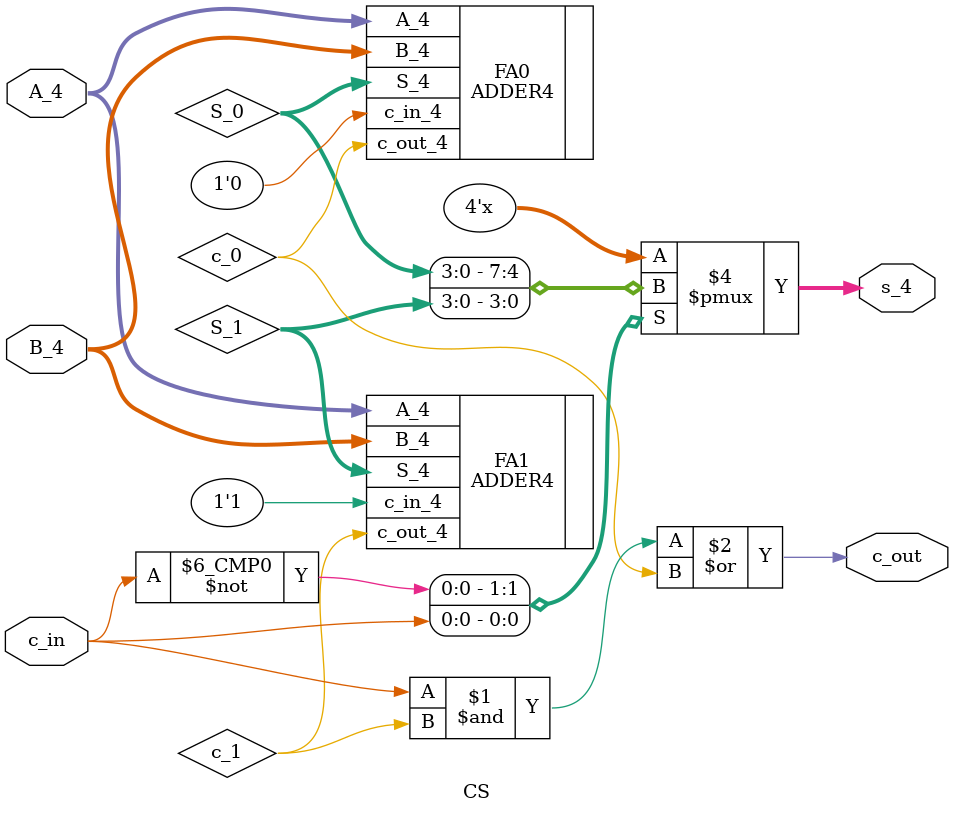
<source format=sv>
module CS(input	[3:0] A_4, B_4,
				 input 			    c_in,
				 output	[3:0] 	  s_4,
				 output 				c_out);
				 
				 
				 //assign assumption_0 = 1'b0;
				 //assign assumption_1 = 1'b1;
				 logic [3:0]  S_0, S_1;				 
				 logic 		  c_1, c_0;
				 

				 ADDER4 FA0 (.A_4(A_4[3:0]), .B_4(B_4[3:0]), .c_in_4(1'b0), .S_4(S_0), .c_out_4(c_0));
				 ADDER4 FA1 (.A_4(A_4[3:0]), .B_4(B_4[3:0]), .c_in_4(1'b1), .S_4(S_1), .c_out_4(c_1));
				 
				 assign c_out = (c_in & c_1) | c_0;
				 
//				 if (c_in==1)
//					assign s_4 = S_1;
//				 else
//					assign s_4 = S_0
//				 
				 always_comb
				 begin
					unique case(c_in)
					1'b0: s_4 = S_0;
					1'b1: s_4 = S_1;
					endcase
				 end
endmodule

</source>
